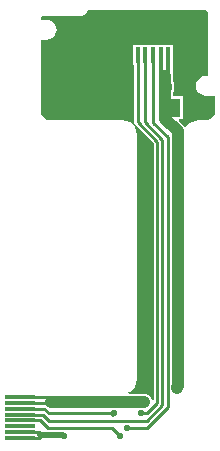
<source format=gtl>
%FSLAX25Y25*%
%MOIN*%
G70*
G01*
G75*
G04 Layer_Physical_Order=1*
G04 Layer_Color=255*
%ADD10R,0.01575X0.05315*%
%ADD11R,0.09843X0.01378*%
%ADD12R,0.02362X0.01969*%
%ADD13R,0.06693X0.06299*%
%ADD14C,0.04000*%
%ADD15C,0.01000*%
%ADD16C,0.02000*%
%ADD17C,0.01400*%
%ADD18C,0.05118*%
%ADD19O,0.04724X0.07480*%
%ADD20C,0.11811*%
%ADD21C,0.02200*%
%ADD22C,0.03000*%
G36*
X67126Y143440D02*
X67504Y143365D01*
X67824Y143151D01*
X68038Y142831D01*
X68113Y142453D01*
X68126D01*
Y121571D01*
X67520D01*
Y121581D01*
X66655Y121467D01*
X65849Y121133D01*
X65157Y120602D01*
X64626Y119911D01*
X64293Y119105D01*
X64179Y118240D01*
X64293Y117376D01*
X64626Y116570D01*
X65157Y115878D01*
X65849Y115347D01*
X66655Y115013D01*
X67520Y114899D01*
Y114909D01*
X70276D01*
D01*
X70276D01*
Y114893D01*
X70414Y114836D01*
X70472Y114697D01*
X70488D01*
Y109776D01*
X70482D01*
X70381Y109009D01*
X70085Y108294D01*
X69614Y107681D01*
X69001Y107210D01*
X68286Y106914D01*
X67520Y106813D01*
Y106807D01*
X65158D01*
Y106831D01*
X63882Y106663D01*
X62693Y106170D01*
X61672Y105387D01*
X60976Y104480D01*
X60476D01*
X60107Y104961D01*
X58395Y106673D01*
X58587Y107135D01*
X59696D01*
Y114834D01*
X56645D01*
Y116300D01*
X57007D01*
Y119668D01*
X56645D01*
Y121658D01*
X56552Y122362D01*
X56349Y122853D01*
Y125217D01*
X56409D01*
Y131932D01*
X53850D01*
Y131932D01*
X50875D01*
Y131932D01*
X48731D01*
Y131932D01*
X43198D01*
Y125217D01*
X43461D01*
Y106223D01*
X43555Y105755D01*
X43820Y105358D01*
X50058Y99120D01*
Y53767D01*
X50053Y53745D01*
Y13600D01*
X49591Y13408D01*
X49537Y13463D01*
X49527Y13540D01*
X49254Y14197D01*
X48822Y14761D01*
X48258Y15194D01*
X47601Y15466D01*
X46896Y15559D01*
X41756D01*
X41658Y16049D01*
X42031Y16204D01*
X43052Y16987D01*
X43836Y18008D01*
X44328Y19197D01*
X44496Y20472D01*
X44473D01*
Y101902D01*
X44473Y101902D01*
D01*
D01*
X44473Y101902D01*
Y101902D01*
X44496D01*
X44496Y101905D01*
X44473Y102079D01*
Y102079D01*
X44449Y102258D01*
X44449Y102258D01*
X44328Y103177D01*
Y103177D01*
X43836Y104366D01*
X43052Y105387D01*
X42031Y106170D01*
X40843Y106663D01*
X39567Y106831D01*
Y106807D01*
X39567Y106807D01*
X15473D01*
Y106813D01*
X14706Y106914D01*
X13991Y107210D01*
X13378Y107681D01*
X12907Y108294D01*
X12611Y109009D01*
X12510Y109776D01*
X12504D01*
Y133398D01*
X12520D01*
X12578Y133536D01*
X12717Y133594D01*
Y133610D01*
X12717D01*
D01*
X14370D01*
Y133600D01*
X15235Y133714D01*
X16040Y134048D01*
X16732Y134579D01*
X17263Y135271D01*
X17597Y136076D01*
X17711Y136941D01*
X17597Y137806D01*
X17263Y138611D01*
X16732Y139303D01*
X16040Y139834D01*
X15235Y140168D01*
X14370Y140282D01*
Y140272D01*
X12717D01*
Y140288D01*
X12578Y140346D01*
X12520Y140484D01*
X12504D01*
Y141272D01*
X12504Y141272D01*
D01*
X12504Y141272D01*
X12520D01*
X12531Y141296D01*
X12717Y141468D01*
X12717Y141468D01*
X12717Y141468D01*
Y141484D01*
X25394D01*
Y141478D01*
X26156Y141578D01*
X26866Y141872D01*
X27475Y142340D01*
X27943Y142949D01*
X28152Y143453D01*
X67126D01*
Y143440D01*
D02*
G37*
D10*
X54921Y128575D02*
D03*
X52362Y128575D02*
D03*
X49803Y128575D02*
D03*
X44685Y128575D02*
D03*
X47244D02*
D03*
D11*
X5512Y787D02*
D03*
Y2756D02*
D03*
Y4724D02*
D03*
Y6693D02*
D03*
Y8661D02*
D03*
Y10630D02*
D03*
Y12598D02*
D03*
Y14567D02*
D03*
D12*
X59063Y117984D02*
D03*
X55126D02*
D03*
D13*
X55650Y110984D02*
D03*
X65539D02*
D03*
D14*
X57877Y17535D02*
Y17786D01*
X58181Y18091D02*
Y103035D01*
X57877Y17786D02*
X58181Y18091D01*
X15907Y12835D02*
X46896D01*
X53921Y107295D02*
Y121658D01*
Y107295D02*
X58181Y103035D01*
X15849Y12893D02*
X15907Y12835D01*
D15*
X54677Y11906D02*
Y52337D01*
Y11906D02*
X54681Y11901D01*
Y11035D02*
Y11901D01*
X47681Y4035D02*
X54681Y11035D01*
X52977Y11735D02*
Y53041D01*
X47777Y6535D02*
X52977Y11735D01*
X51277Y12439D02*
Y53745D01*
X47873Y9035D02*
X51277Y12439D01*
X54677Y52337D02*
X54681Y52341D01*
X52977Y53041D02*
X52981Y53045D01*
X51277Y53745D02*
X51281Y53749D01*
X45681Y9035D02*
X47873D01*
X44685Y106223D02*
X51281Y99627D01*
Y53749D02*
Y99627D01*
X47244Y106068D02*
X52981Y100331D01*
Y53045D02*
Y100331D01*
X49803Y105913D02*
X54681Y101035D01*
Y52341D02*
Y101035D01*
X12181Y1772D02*
Y2756D01*
Y787D02*
Y1772D01*
X5512Y787D02*
X12181D01*
X5512Y2756D02*
X12181D01*
X5512Y14567D02*
X15849D01*
X5512Y12598D02*
X17118D01*
X41181Y4035D02*
X47681D01*
X15181Y6535D02*
X47777D01*
X44685Y106223D02*
Y127689D01*
X13587Y10630D02*
X15181Y9035D01*
X5512Y10630D02*
X13587D01*
X15181Y9035D02*
X36681D01*
X36181Y8535D02*
X36681Y9035D01*
X5512Y8661D02*
X13055D01*
X47244Y106068D02*
Y127689D01*
X13055Y8661D02*
X15181Y6535D01*
X36102Y4114D02*
X38681Y1535D01*
X5512Y6693D02*
X12181D01*
X14760Y4114D01*
X36102D01*
X49803Y105913D02*
Y127689D01*
D16*
X12181Y1772D02*
X19945D01*
D17*
X52362Y122217D02*
Y127689D01*
X54921Y121658D02*
Y127689D01*
D18*
X40256Y127295D02*
D03*
X59350D02*
D03*
D19*
X35630Y138713D02*
D03*
X63976D02*
D03*
D20*
X28150Y117256D02*
D03*
D21*
X24681Y130921D02*
D03*
Y126700D02*
D03*
X19931Y130921D02*
D03*
Y126700D02*
D03*
X15181Y114035D02*
D03*
Y118257D02*
D03*
Y122478D02*
D03*
Y126700D02*
D03*
Y130921D02*
D03*
X20181Y1535D02*
D03*
X45681Y9035D02*
D03*
X36681D02*
D03*
X38681Y1535D02*
D03*
X41181Y4035D02*
D03*
D22*
X57752Y17661D02*
D03*
X46722Y12961D02*
D03*
M02*

</source>
